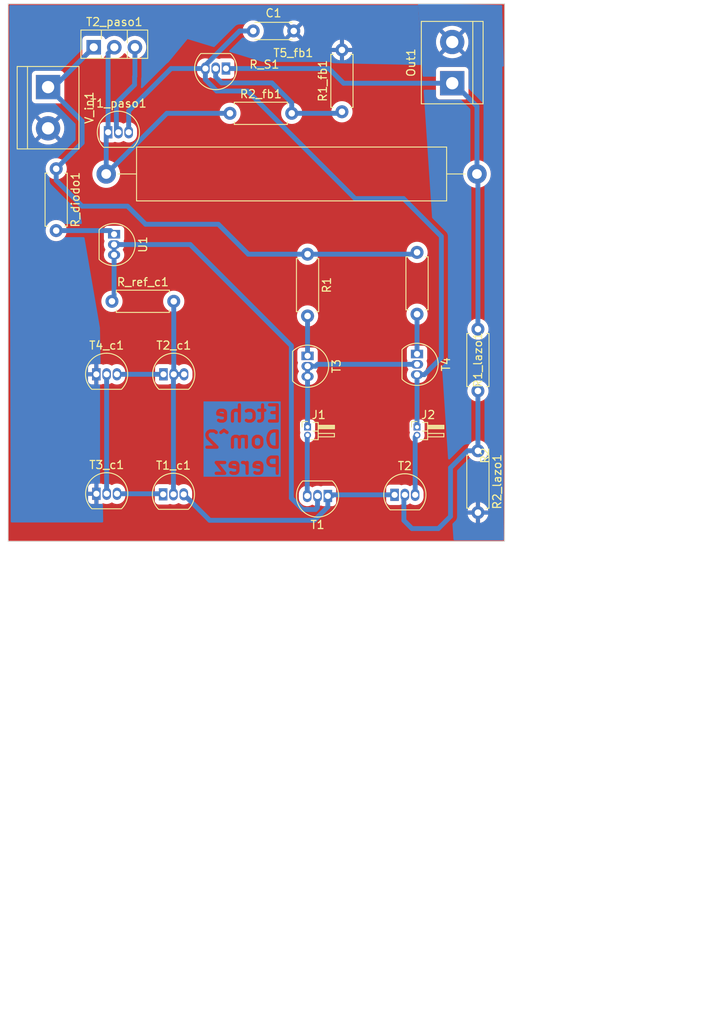
<source format=kicad_pcb>
(kicad_pcb (version 20240108) (generator "pcbnew") (generator_version "8.0")
  (layers (0 "F.Cu" signal) (31 "B.Cu" signal) (34 "B.Paste" user) (35 "F.Paste" user) (36 "B.SilkS" user "B.Silkscreen") (37 "F.SilkS" user "F.Silkscreen") (38 "B.Mask" user) (39 "F.Mask" user) (44 "Edge.Cuts" user))
  (net 0 "")
  (net 1 "GND")
  (net 2 "Net-(J2-Pin_1)")
  (net 3 "Net-(J1-Pin_2)")
  (net 4 "Net-(J1-Pin_1)")
  (net 5 "Net-(J2-Pin_2)")
  (net 6 "Net-(Out1-Pin_1)")
  (net 7 "Net-(T3-E)")
  (net 8 "Net-(T2_paso1-E)")
  (net 9 "Net-(T5_fb1-B)")
  (net 10 "Net-(T2-B)")
  (net 11 "Net-(T4-E)")
  (net 12 "Net-(T1_paso1-E)")
  (net 13 "Net-(U1-K)")
  (net 14 "Net-(T1_c1-B)")
  (net 15 "Net-(T1-B)")
  (net 16 "Net-(T1-E)")
  (net 17 "Net-(T1_c1-E)")
  (net 18 "Net-(T1_paso1-C)")
  (net 19 "Net-(T2_c1-E)")
  (footprint "Package_TO_SOT_THT:TO-92_Inline" (layer "F.Cu") (at 163.38 76.77 180)
    (property "Reference" "T5_fb1" (at -8.3 1.92 0) (layer "F.SilkS"))
    (property "Value" "2N3904")
    (fp_line (start -0.53 1.85) (end 3.07 1.85) (stroke (width 0.12)) (layer "F.SilkS"))
    (fp_arc (start 1.27 -2.6) (mid 3.672087 -0.994977) (end 3.108478 1.838478) (stroke (width 0.12)) (layer "F.SilkS"))
    (fp_arc (start -0.568478 1.838478) (mid -1.132087 -0.994977) (end 1.27 -2.6) (stroke (width 0.12)) (layer "F.SilkS"))
    (pad "1" thru_hole rect (at 0 0 180) (size 1.05 1.5) (drill 0.75) (layers "*.Cu" "*.Mask") (net 6 "Net-(Out1-Pin_1)"))
    (pad "2" thru_hole oval (at 1.27 0 180) (size 1.05 1.5) (drill 0.75) (layers "*.Cu" "*.Mask") (net 9 "Net-(T5_fb1-B)"))
    (pad "3" thru_hole oval (at 2.54 0 180) (size 1.05 1.5) (drill 0.75) (layers "*.Cu" "*.Mask") (net 2 "Net-(J2-Pin_1)"))
  )
  (footprint "Package_TO_SOT_THT:TO-92_Inline" (layer "F.Cu") (at 186.94 111.97 -90)
    (property "Reference" "T4" (at 1.27 -3.56 90) (layer "F.SilkS"))
    (property "Value" "2N3906")
    (fp_line (start -0.53 1.85) (end 3.07 1.85) (stroke (width 0.12)) (layer "F.SilkS"))
    (fp_arc (start -0.568478 1.838478) (mid -1.132087 -0.994977) (end 1.27 -2.6) (stroke (width 0.12)) (layer "F.SilkS"))
    (fp_arc (start 1.27 -2.6) (mid 3.672087 -0.994977) (end 3.108478 1.838478) (stroke (width 0.12)) (layer "F.SilkS"))
    (pad "1" thru_hole rect (at 0 0 270) (size 1.05 1.5) (drill 0.75) (layers "*.Cu" "*.Mask") (net 11 "Net-(T4-E)"))
    (pad "2" thru_hole oval (at 1.27 0 270) (size 1.05 1.5) (drill 0.75) (layers "*.Cu" "*.Mask") (net 4 "Net-(J1-Pin_1)"))
    (pad "3" thru_hole oval (at 2.54 0 270) (size 1.05 1.5) (drill 0.75) (layers "*.Cu" "*.Mask") (net 2 "Net-(J2-Pin_1)"))
  )
  (footprint "TerminalBlock:TerminalBlock_bornier-2_P5.08mm" (layer "F.Cu") (at 191.28 78.58 90)
    (property "Reference" "Out1" (at 2.54 -5.08 90) (layer "F.SilkS"))
    (property "Value" "Conn_01x02_Female")
    (fp_line (start 7.62 -3.81) (end -2.54 -3.81) (stroke (width 0.12)) (layer "F.SilkS"))
    (fp_line (start -2.54 -3.81) (end -2.54 3.81) (stroke (width 0.12)) (layer "F.SilkS"))
    (fp_line (start 7.62 2.54) (end -2.54 2.54) (stroke (width 0.12)) (layer "F.SilkS"))
    (fp_line (start 7.62 3.81) (end 7.62 -3.81) (stroke (width 0.12)) (layer "F.SilkS"))
    (fp_line (start -2.54 3.81) (end 7.62 3.81) (stroke (width 0.12)) (layer "F.SilkS"))
    (pad "1" thru_hole rect (at 0 0 90) (size 3 3) (drill 1.52) (layers "*.Cu" "*.Mask") (net 6 "Net-(Out1-Pin_1)"))
    (pad "2" thru_hole circle (at 5.08 0 90) (size 3 3) (drill 1.52) (layers "*.Cu" "*.Mask") (net 1 "GND"))
  )
  (footprint "Resistor_THT:R_Axial_Power_L38.0mm_W6.4mm_P45.72mm" (layer "F.Cu") (at 148.61 89.77)
    (property "Reference" "R_S1" (at 19.5 -13.5 0) (layer "F.SilkS"))
    (property "Value" "2")
    (fp_line (start 1.44 0) (end 3.74 0) (stroke (width 0.12)) (layer "F.SilkS"))
    (fp_line (start 3.74 -3.32) (end 3.74 3.32) (stroke (width 0.12)) (layer "F.SilkS"))
    (fp_line (start 3.74 3.32) (end 41.98 3.32) (stroke (width 0.12)) (layer "F.SilkS"))
    (fp_line (start 41.98 -3.32) (end 3.74 -3.32) (stroke (width 0.12)) (layer "F.SilkS"))
    (fp_line (start 41.98 3.32) (end 41.98 -3.32) (stroke (width 0.12)) (layer "F.SilkS"))
    (fp_line (start 44.28 0) (end 41.98 0) (stroke (width 0.12)) (layer "F.SilkS"))
    (pad "1" thru_hole circle (at 0 0) (size 2.4 2.4) (drill 1.2) (layers "*.Cu" "*.Mask") (net 12 "Net-(T1_paso1-E)"))
    (pad "2" thru_hole oval (at 45.72 0) (size 2.4 2.4) (drill 1.2) (layers "*.Cu" "*.Mask") (net 6 "Net-(Out1-Pin_1)"))
  )
  (footprint "Capacitor_THT:C_Disc_D4.3mm_W1.9mm_P5.00mm" (layer "F.Cu") (at 166.74 72.14)
    (property "Reference" "C1" (at 2.5 -2.2 0) (layer "F.SilkS"))
    (property "Value" "68n")
    (fp_line (start 0.23 -1.07) (end 0.23 -1.055) (stroke (width 0.12)) (layer "F.SilkS"))
    (fp_line (start 0.23 -1.07) (end 4.77 -1.07) (stroke (width 0.12)) (layer "F.SilkS"))
    (fp_line (start 0.23 1.055) (end 0.23 1.07) (stroke (width 0.12)) (layer "F.SilkS"))
    (fp_line (start 0.23 1.07) (end 4.77 1.07) (stroke (width 0.12)) (layer "F.SilkS"))
    (fp_line (start 4.77 -1.07) (end 4.77 -1.055) (stroke (width 0.12)) (layer "F.SilkS"))
    (fp_line (start 4.77 1.055) (end 4.77 1.07) (stroke (width 0.12)) (layer "F.SilkS"))
    (pad "1" thru_hole circle (at 0 0) (size 1.6 1.6) (drill 0.8) (layers "*.Cu" "*.Mask") (net 2 "Net-(J2-Pin_1)"))
    (pad "2" thru_hole circle (at 5 0) (size 1.6 1.6) (drill 0.8) (layers "*.Cu" "*.Mask") (net 1 "GND"))
  )
  (footprint "Package_TO_SOT_THT:TO-92_Inline" (layer "F.Cu") (at 155.63 129.27)
    (property "Reference" "T1_c1" (at 1.27 -3.56 0) (layer "F.SilkS"))
    (property "Value" "2N3904")
    (fp_line (start -0.53 1.85) (end 3.07 1.85) (stroke (width 0.12)) (layer "F.SilkS"))
    (fp_arc (start -0.568478 1.838478) (mid -1.132087 -0.994977) (end 1.27 -2.6) (stroke (width 0.12)) (layer "F.SilkS"))
    (fp_arc (start 1.27 -2.6) (mid 3.672087 -0.994977) (end 3.108478 1.838478) (stroke (width 0.12)) (layer "F.SilkS"))
    (pad "1" thru_hole rect (at 0 0) (size 1.05 1.5) (drill 0.75) (layers "*.Cu" "*.Mask") (net 17 "Net-(T1_c1-E)"))
    (pad "2" thru_hole oval (at 1.27 0) (size 1.05 1.5) (drill 0.75) (layers "*.Cu" "*.Mask") (net 14 "Net-(T1_c1-B)"))
    (pad "3" thru_hole oval (at 2.54 0) (size 1.05 1.5) (drill 0.75) (layers "*.Cu" "*.Mask") (net 16 "Net-(T1-E)"))
  )
  (footprint "Resistor_THT:R_Axial_DIN0207_L6.3mm_D2.5mm_P7.62mm_Horizontal" (layer "F.Cu") (at 177.68 82.1 90)
    (property "Reference" "R1_fb1" (at 3.81 -2.37 90) (layer "F.SilkS"))
    (property "Value" "2.32K")
    (fp_line (start 7.08 -1.37) (end 7.08 -1.04) (stroke (width 0.12)) (layer "F.SilkS"))
    (fp_line (start 0.54 -1.37) (end 7.08 -1.37) (stroke (width 0.12)) (layer "F.SilkS"))
    (fp_line (start 0.54 -1.04) (end 0.54 -1.37) (stroke (width 0.12)) (layer "F.SilkS"))
    (fp_line (start 0.54 1.04) (end 0.54 1.37) (stroke (width 0.12)) (layer "F.SilkS"))
    (fp_line (start 7.08 1.37) (end 7.08 1.04) (stroke (width 0.12)) (layer "F.SilkS"))
    (fp_line (start 0.54 1.37) (end 7.08 1.37) (stroke (width 0.12)) (layer "F.SilkS"))
    (pad "1" thru_hole circle (at 0 0 90) (size 1.6 1.6) (drill 0.8) (layers "*.Cu" "*.Mask") (net 9 "Net-(T5_fb1-B)"))
    (pad "2" thru_hole oval (at 7.62 0 90) (size 1.6 1.6) (drill 0.8) (layers "*.Cu" "*.Mask") (net 1 "GND"))
  )
  (footprint "Package_TO_SOT_THT:TO-126-3_Vertical" (layer "F.Cu") (at 147.07 74.145)
    (property "Reference" "T2_paso1" (at 2.54 -3.12 0) (layer "F.SilkS"))
    (property "Value" "TIP32C")
    (fp_line (start -1.58 -2.12) (end -1.58 1.37) (stroke (width 0.12)) (layer "F.SilkS"))
    (fp_line (start -1.58 -2.12) (end 6.66 -2.12) (stroke (width 0.12)) (layer "F.SilkS"))
    (fp_line (start -1.58 1.37) (end 6.66 1.37) (stroke (width 0.12)) (layer "F.SilkS"))
    (fp_line (start 0.94 -2.12) (end 0.94 -1.05) (stroke (width 0.12)) (layer "F.SilkS"))
    (fp_line (start 0.94 1.05) (end 0.94 1.37) (stroke (width 0.12)) (layer "F.SilkS"))
    (fp_line (start 4.141 -2.12) (end 4.141 -0.54) (stroke (width 0.12)) (layer "F.SilkS"))
    (fp_line (start 4.141 0.54) (end 4.141 1.37) (stroke (width 0.12)) (layer "F.SilkS"))
    (fp_line (start 6.66 -2.12) (end 6.66 1.37) (stroke (width 0.12)) (layer "F.SilkS"))
    (pad "1" thru_hole rect (at 0 0) (size 1.8 1.8) (drill 1) (layers "*.Cu" "*.Mask") (net 8 "Net-(T2_paso1-E)"))
    (pad "2" thru_hole oval (at 2.54 0) (size 1.8 1.8) (drill 1) (layers "*.Cu" "*.Mask") (net 12 "Net-(T1_paso1-E)"))
    (pad "3" thru_hole oval (at 5.08 0) (size 1.8 1.8) (drill 1) (layers "*.Cu" "*.Mask") (net 18 "Net-(T1_paso1-C)"))
  )
  (footprint "Resistor_THT:R_Axial_DIN0207_L6.3mm_D2.5mm_P7.62mm_Horizontal" (layer "F.Cu") (at 194.45 108.9 -90)
    (property "Reference" "R1_lazo1" (at 3.81 0 90) (layer "F.SilkS"))
    (property "Value" "100K")
    (fp_line (start 0.54 1.37) (end 7.08 1.37) (stroke (width 0.12)) (layer "F.SilkS"))
    (fp_line (start 7.08 1.37) (end 7.08 1.04) (stroke (width 0.12)) (layer "F.SilkS"))
    (fp_line (start 0.54 1.04) (end 0.54 1.37) (stroke (width 0.12)) (layer "F.SilkS"))
    (fp_line (start 0.54 -1.04) (end 0.54 -1.37) (stroke (width 0.12)) (layer "F.SilkS"))
    (fp_line (start 0.54 -1.37) (end 7.08 -1.37) (stroke (width 0.12)) (layer "F.SilkS"))
    (fp_line (start 7.08 -1.37) (end 7.08 -1.04) (stroke (width 0.12)) (layer "F.SilkS"))
    (pad "1" thru_hole circle (at 0 0 270) (size 1.6 1.6) (drill 0.8) (layers "*.Cu" "*.Mask") (net 6 "Net-(Out1-Pin_1)"))
    (pad "2" thru_hole oval (at 7.62 0 270) (size 1.6 1.6) (drill 0.8) (layers "*.Cu" "*.Mask") (net 10 "Net-(T2-B)"))
  )
  (footprint "Package_TO_SOT_THT:TO-92_Inline" (layer "F.Cu") (at 173.44 112.2 -90)
    (property "Reference" "T3" (at 1.27 -3.56 90) (layer "F.SilkS"))
    (property "Value" "2N3906")
    (fp_line (start -0.53 1.85) (end 3.07 1.85) (stroke (width 0.12)) (layer "F.SilkS"))
    (fp_arc (start -0.568478 1.838478) (mid -1.132087 -0.994977) (end 1.27 -2.6) (stroke (width 0.12)) (layer "F.SilkS"))
    (fp_arc (start 1.27 -2.6) (mid 3.672087 -0.994977) (end 3.108478 1.838478) (stroke (width 0.12)) (layer "F.SilkS"))
    (pad "1" thru_hole rect (at 0 0 270) (size 1.05 1.5) (drill 0.75) (layers "*.Cu" "*.Mask") (net 7 "Net-(T3-E)"))
    (pad "2" thru_hole oval (at 1.27 0 270) (size 1.05 1.5) (drill 0.75) (layers "*.Cu" "*.Mask") (net 4 "Net-(J1-Pin_1)"))
    (pad "3" thru_hole oval (at 2.54 0 270) (size 1.05 1.5) (drill 0.75) (layers "*.Cu" "*.Mask") (net 4 "Net-(J1-Pin_1)"))
  )
  (footprint "Resistor_THT:R_Axial_DIN0207_L6.3mm_D2.5mm_P7.62mm_Horizontal" (layer "F.Cu") (at 173.44 99.66 -90)
    (property "Reference" "R1" (at 3.81 -2.37 90) (layer "F.SilkS"))
    (property "Value" "2.2K")
    (fp_line (start 0.54 1.37) (end 7.08 1.37) (stroke (width 0.12)) (layer "F.SilkS"))
    (fp_line (start 7.08 1.37) (end 7.08 1.04) (stroke (width 0.12)) (layer "F.SilkS"))
    (fp_line (start 0.54 1.04) (end 0.54 1.37) (stroke (width 0.12)) (layer "F.SilkS"))
    (fp_line (start 0.54 -1.04) (end 0.54 -1.37) (stroke (width 0.12)) (layer "F.SilkS"))
    (fp_line (start 0.54 -1.37) (end 7.08 -1.37) (stroke (width 0.12)) (layer "F.SilkS"))
    (fp_line (start 7.08 -1.37) (end 7.08 -1.04) (stroke (width 0.12)) (layer "F.SilkS"))
    (pad "1" thru_hole circle (at 0 0 270) (size 1.6 1.6) (drill 0.8) (layers "*.Cu" "*.Mask") (net 8 "Net-(T2_paso1-E)"))
    (pad "2" thru_hole oval (at 7.62 0 270) (size 1.6 1.6) (drill 0.8) (layers "*.Cu" "*.Mask") (net 7 "Net-(T3-E)"))
  )
  (footprint "Connector_PinHeader_1.00mm:PinHeader_1x02_P1.00mm_Horizontal" (layer "F.Cu") (at 173.44 120.97)
    (property "Reference" "J1" (at 1.375 -1.5 0) (layer "F.SilkS"))
    (property "Value" "Conn_01x02_Male")
    (fp_line (start -0.685 -0.685) (end 0 -0.685) (stroke (width 0.12)) (layer "F.SilkS"))
    (fp_line (start -0.685 0) (end -0.685 -0.685) (stroke (width 0.12)) (layer "F.SilkS"))
    (fp_line (start 0.685 -0.56) (end 1.31 -0.56) (stroke (width 0.12)) (layer "F.SilkS"))
    (fp_line (start 0.685 0.5) (end 1.31 0.5) (stroke (width 0.12)) (layer "F.SilkS"))
    (fp_line (start 1.31 -0.56) (end 1.31 1.56) (stroke (width 0.12)) (layer "F.SilkS"))
    (fp_line (start 1.31 -0.21) (end 3.31 -0.21) (stroke (width 0.12)) (layer "F.SilkS"))
    (fp_line (start 1.31 -0.15) (end 3.31 -0.15) (stroke (width 0.12)) (layer "F.SilkS"))
    (fp_line (start 1.31 -0.03) (end 3.31 -0.03) (stroke (width 0.12)) (layer "F.SilkS"))
    (fp_line (start 1.31 0.09) (end 3.31 0.09) (stroke (width 0.12)) (layer "F.SilkS"))
    (fp_line (start 1.31 0.79) (end 3.31 0.79) (stroke (width 0.12)) (layer "F.SilkS"))
    (fp_line (start 1.31 1.56) (end 0.394493 1.56) (stroke (width 0.12)) (layer "F.SilkS"))
    (fp_line (start 3.31 -0.21) (end 3.31 0.21) (stroke (width 0.12)) (layer "F.SilkS"))
    (fp_line (start 3.31 0.21) (end 1.31 0.21) (stroke (width 0.12)) (layer "F.SilkS"))
    (fp_line (start 3.31 0.79) (end 3.31 1.21) (stroke (width 0.12)) (layer "F.SilkS"))
    (fp_line (start 3.31 1.21) (end 1.31 1.21) (stroke (width 0.12)) (layer "F.SilkS"))
    (pad "1" thru_hole rect (at 0 0) (size 0.85 0.85) (drill 0.5) (layers "*.Cu" "*.Mask") (net 4 "Net-(J1-Pin_1)"))
    (pad "2" thru_hole oval (at 0 1) (size 0.85 0.85) (drill 0.5) (layers "*.Cu" "*.Mask") (net 3 "Net-(J1-Pin_2)"))
  )
  (footprint "Connector_PinHeader_1.00mm:PinHeader_1x02_P1.00mm_Horizontal" (layer "F.Cu") (at 186.94 120.97)
    (property "Reference" "J2" (at 1.375 -1.5 0) (layer "F.SilkS"))
    (property "Value" "Conn_01x02_Male")
    (fp_line (start -0.685 -0.685) (end 0 -0.685) (stroke (width 0.12)) (layer "F.SilkS"))
    (fp_line (start -0.685 0) (end -0.685 -0.685) (stroke (width 0.12)) (layer "F.SilkS"))
    (fp_line (start 0.685 -0.56) (end 1.31 -0.56) (stroke (width 0.12)) (layer "F.SilkS"))
    (fp_line (start 0.685 0.5) (end 1.31 0.5) (stroke (width 0.12)) (layer "F.SilkS"))
    (fp_line (start 1.31 -0.56) (end 1.31 1.56) (stroke (width 0.12)) (layer "F.SilkS"))
    (fp_line (start 1.31 -0.21) (end 3.31 -0.21) (stroke (width 0.12)) (layer "F.SilkS"))
    (fp_line (start 1.31 -0.15) (end 3.31 -0.15) (stroke (width 0.12)) (layer "F.SilkS"))
    (fp_line (start 1.31 -0.03) (end 3.31 -0.03) (stroke (width 0.12)) (layer "F.SilkS"))
    (fp_line (start 1.31 0.09) (end 3.31 0.09) (stroke (width 0.12)) (layer "F.SilkS"))
    (fp_line (start 1.31 0.79) (end 3.31 0.79) (stroke (width 0.12)) (layer "F.SilkS"))
    (fp_line (start 1.31 1.56) (end 0.394493 1.56) (stroke (width 0.12)) (layer "F.SilkS"))
    (fp_line (start 3.31 -0.21) (end 3.31 0.21) (stroke (width 0.12)) (layer "F.SilkS"))
    (fp_line (start 3.31 0.21) (end 1.31 0.21) (stroke (width 0.12)) (layer "F.SilkS"))
    (fp_line (start 3.31 0.79) (end 3.31 1.21) (stroke (width 0.12)) (layer "F.SilkS"))
    (fp_line (start 3.31 1.21) (end 1.31 1.21) (stroke (width 0.12)) (layer "F.SilkS"))
    (pad "1" thru_hole rect (at 0 0) (size 0.85 0.85) (drill 0.5) (layers "*.Cu" "*.Mask") (net 2 "Net-(J2-Pin_1)"))
    (pad "2" thru_hole oval (at 0 1) (size 0.85 0.85) (drill 0.5) (layers "*.Cu" "*.Mask") (net 5 "Net-(J2-Pin_2)"))
  )
  (footprint "Resistor_THT:R_Axial_DIN0207_L6.3mm_D2.5mm_P7.62mm_Horizontal" (layer "F.Cu") (at 186.94 99.44 -90)
    (property "Reference" "R2" (at 25.05 -8.38 90) (layer "F.SilkS"))
    (property "Value" "2.2K")
    (fp_line (start 0.54 1.37) (end 7.08 1.37) (stroke (width 0.12)) (layer "F.SilkS"))
    (fp_line (start 7.08 1.37) (end 7.08 1.04) (stroke (width 0.12)) (layer "F.SilkS"))
    (fp_line (start 0.54 1.04) (end 0.54 1.37) (stroke (width 0.12)) (layer "F.SilkS"))
    (fp_line (start 0.54 -1.04) (end 0.54 -1.37) (stroke (width 0.12)) (layer "F.SilkS"))
    (fp_line (start 0.54 -1.37) (end 7.08 -1.37) (stroke (width 0.12)) (layer "F.SilkS"))
    (fp_line (start 7.08 -1.37) (end 7.08 -1.04) (stroke (width 0.12)) (layer "F.SilkS"))
    (pad "1" thru_hole circle (at 0 0 270) (size 1.6 1.6) (drill 0.8) (layers "*.Cu" "*.Mask") (net 8 "Net-(T2_paso1-E)"))
    (pad "2" thru_hole oval (at 7.62 0 270) (size 1.6 1.6) (drill 0.8) (layers "*.Cu" "*.Mask") (net 11 "Net-(T4-E)"))
  )
  (footprint "Package_TO_SOT_THT:TO-92_Inline" (layer "F.Cu") (at 148.84 84.63)
    (property "Reference" "T1_paso1" (at 1.27 -3.56 0) (layer "F.SilkS"))
    (property "Value" "2N3904")
    (fp_line (start -0.53 1.85) (end 3.07 1.85) (stroke (width 0.12)) (layer "F.SilkS"))
    (fp_arc (start -0.568478 1.838478) (mid -1.132087 -0.994977) (end 1.27 -2.6) (stroke (width 0.12)) (layer "F.SilkS"))
    (fp_arc (start 1.27 -2.6) (mid 3.672087 -0.994977) (end 3.108478 1.838478) (stroke (width 0.12)) (layer "F.SilkS"))
    (pad "1" thru_hole rect (at 0 0) (size 1.05 1.5) (drill 0.75) (layers "*.Cu" "*.Mask") (net 12 "Net-(T1_paso1-E)"))
    (pad "2" thru_hole oval (at 1.27 0) (size 1.05 1.5) (drill 0.75) (layers "*.Cu" "*.Mask") (net 18 "Net-(T1_paso1-C)"))
    (pad "3" thru_hole oval (at 2.54 0) (size 1.05 1.5) (drill 0.75) (layers "*.Cu" "*.Mask") (net 2 "Net-(J2-Pin_1)"))
  )
  (footprint "Package_TO_SOT_THT:TO-92_Inline" (layer "F.Cu") (at 184.17 129.33)
    (property "Reference" "T2" (at 1.27 -3.56 0) (layer "F.SilkS"))
    (property "Value" "2N3904")
    (fp_line (start -0.53 1.85) (end 3.07 1.85) (stroke (width 0.12)) (layer "F.SilkS"))
    (fp_arc (start -0.568478 1.838478) (mid -1.132087 -0.994977) (end 1.27 -2.6) (stroke (width 0.12)) (layer "F.SilkS"))
    (fp_arc (start 1.27 -2.6) (mid 3.672087 -0.994977) (end 3.108478 1.838478) (stroke (width 0.12)) (layer "F.SilkS"))
    (pad "1" thru_hole rect (at 0 0) (size 1.05 1.5) (drill 0.75) (layers "*.Cu" "*.Mask") (net 16 "Net-(T1-E)"))
    (pad "2" thru_hole oval (at 1.27 0) (size 1.05 1.5) (drill 0.75) (layers "*.Cu" "*.Mask") (net 10 "Net-(T2-B)"))
    (pad "3" thru_hole oval (at 2.54 0) (size 1.05 1.5) (drill 0.75) (layers "*.Cu" "*.Mask") (net 5 "Net-(J2-Pin_2)"))
  )
  (footprint "Package_TO_SOT_THT:TO-92_Inline" (layer "F.Cu") (at 147.4 129.2)
    (property "Reference" "T3_c1" (at 1.27 -3.56 0) (layer "F.SilkS"))
    (property "Value" "2N3904")
    (fp_line (start -0.53 1.85) (end 3.07 1.85) (stroke (width 0.12)) (layer "F.SilkS"))
    (fp_arc (start -0.568478 1.838478) (mid -1.132087 -0.994977) (end 1.27 -2.6) (stroke (width 0.12)) (layer "F.SilkS"))
    (fp_arc (start 1.27 -2.6) (mid 3.672087 -0.994977) (end 3.108478 1.838478) (stroke (width 0.12)) (layer "F.SilkS"))
    (pad "1" thru_hole rect (at 0 0) (size 1.05 1.5) (drill 0.75) (layers "*.Cu" "*.Mask") (net 1 "GND"))
    (pad "2" thru_hole oval (at 1.27 0) (size 1.05 1.5) (drill 0.75) (layers "*.Cu" "*.Mask") (net 19 "Net-(T2_c1-E)"))
    (pad "3" thru_hole oval (at 2.54 0) (size 1.05 1.5) (drill 0.75) (layers "*.Cu" "*.Mask") (net 17 "Net-(T1_c1-E)"))
  )
  (footprint "Resistor_THT:R_Axial_DIN0207_L6.3mm_D2.5mm_P7.62mm_Horizontal" (layer "F.Cu") (at 149.32 105.47)
    (property "Reference" "R_ref_c1" (at 3.81 -2.37 0) (layer "F.SilkS"))
    (property "Value" "3K")
    (fp_line (start 0.54 -1.37) (end 7.08 -1.37) (stroke (width 0.12)) (layer "F.SilkS"))
    (fp_line (start 0.54 -1.04) (end 0.54 -1.37) (stroke (width 0.12)) (layer "F.SilkS"))
    (fp_line (start 0.54 1.04) (end 0.54 1.37) (stroke (width 0.12)) (layer "F.SilkS"))
    (fp_line (start 0.54 1.37) (end 7.08 1.37) (stroke (width 0.12)) (layer "F.SilkS"))
    (fp_line (start 7.08 -1.37) (end 7.08 -1.04) (stroke (width 0.12)) (layer "F.SilkS"))
    (fp_line (start 7.08 1.37) (end 7.08 1.04) (stroke (width 0.12)) (layer "F.SilkS"))
    (pad "1" thru_hole circle (at 0 0) (size 1.6 1.6) (drill 0.8) (layers "*.Cu" "*.Mask") (net 15 "Net-(T1-B)"))
    (pad "2" thru_hole oval (at 7.62 0) (size 1.6 1.6) (drill 0.8) (layers "*.Cu" "*.Mask") (net 14 "Net-(T1_c1-B)"))
  )
  (footprint "Resistor_THT:R_Axial_DIN0207_L6.3mm_D2.5mm_P7.62mm_Horizontal" (layer "F.Cu") (at 142.44 89.13 -90)
    (property "Reference" "R_diodo1" (at 3.81 -2.37 90) (layer "F.SilkS"))
    (property "Value" "2.3K")
    (fp_line (start 0.54 1.37) (end 7.08 1.37) (stroke (width 0.12)) (layer "F.SilkS"))
    (fp_line (start 7.08 1.37) (end 7.08 1.04) (stroke (width 0.12)) (layer "F.SilkS"))
    (fp_line (start 0.54 1.04) (end 0.54 1.37) (stroke (width 0.12)) (layer "F.SilkS"))
    (fp_line (start 0.54 -1.04) (end 0.54 -1.37) (stroke (width 0.12)) (layer "F.SilkS"))
    (fp_line (start 0.54 -1.37) (end 7.08 -1.37) (stroke (width 0.12)) (layer "F.SilkS"))
    (fp_line (start 7.08 -1.37) (end 7.08 -1.04) (stroke (width 0.12)) (layer "F.SilkS"))
    (pad "1" thru_hole circle (at 0 0 270) (size 1.6 1.6) (drill 0.8) (layers "*.Cu" "*.Mask") (net 8 "Net-(T2_paso1-E)"))
    (pad "2" thru_hole oval (at 7.62 0 270) (size 1.6 1.6) (drill 0.8) (layers "*.Cu" "*.Mask") (net 13 "Net-(U1-K)"))
  )
  (footprint "Package_TO_SOT_THT:TO-92_Inline" (layer "F.Cu") (at 175.94 129.47 180)
    (property "Reference" "T1" (at 1.27 -3.56 0) (layer "F.SilkS"))
    (property "Value" "2N3904")
    (fp_line (start -0.53 1.85) (end 3.07 1.85) (stroke (width 0.12)) (layer "F.SilkS"))
    (fp_arc (start 1.27 -2.6) (mid 3.672087 -0.994977) (end 3.108478 1.838478) (stroke (width 0.12)) (layer "F.SilkS"))
    (fp_arc (start -0.568478 1.838478) (mid -1.132087 -0.994977) (end 1.27 -2.6) (stroke (width 0.12)) (layer "F.SilkS"))
    (pad "1" thru_hole rect (at 0 0 180) (size 1.05 1.5) (drill 0.75) (layers "*.Cu" "*.Mask") (net 16 "Net-(T1-E)"))
    (pad "2" thru_hole oval (at 1.27 0 180) (size 1.05 1.5) (drill 0.75) (layers "*.Cu" "*.Mask") (net 15 "Net-(T1-B)"))
    (pad "3" thru_hole oval (at 2.54 0 180) (size 1.05 1.5) (drill 0.75) (layers "*.Cu" "*.Mask") (net 3 "Net-(J1-Pin_2)"))
  )
  (footprint "Package_TO_SOT_THT:TO-92_Inline" (layer "F.Cu") (at 147.39 114.47)
    (property "Reference" "T4_c1" (at 1.27 -3.56 0) (layer "F.SilkS"))
    (property "Value" "2N3904")
    (fp_line (start -0.53 1.85) (end 3.07 1.85) (stroke (width 0.12)) (layer "F.SilkS"))
    (fp_arc (start -0.568478 1.838478) (mid -1.132087 -0.994977) (end 1.27 -2.6) (stroke (width 0.12)) (layer "F.SilkS"))
    (fp_arc (start 1.27 -2.6) (mid 3.672087 -0.994977) (end 3.108478 1.838478) (stroke (width 0.12)) (layer "F.SilkS"))
    (pad "1" thru_hole rect (at 0 0) (size 1.05 1.5) (drill 0.75) (layers "*.Cu" "*.Mask") (net 1 "GND"))
    (pad "2" thru_hole oval (at 1.27 0) (size 1.05 1.5) (drill 0.75) (layers "*.Cu" "*.Mask") (net 19 "Net-(T2_c1-E)"))
    (pad "3" thru_hole oval (at 2.54 0) (size 1.05 1.5) (drill 0.75) (layers "*.Cu" "*.Mask") (net 19 "Net-(T2_c1-E)"))
  )
  (footprint "Resistor_THT:R_Axial_DIN0207_L6.3mm_D2.5mm_P7.62mm_Horizontal" (layer "F.Cu") (at 194.45 123.9 -90)
    (property "Reference" "R2_lazo1" (at 3.81 -2.37 90) (layer "F.SilkS"))
    (property "Value" "100K")
    (fp_line (start 0.54 1.37) (end 7.08 1.37) (stroke (width 0.12)) (layer "F.SilkS"))
    (fp_line (start 7.08 1.37) (end 7.08 1.04) (stroke (width 0.12)) (layer "F.SilkS"))
    (fp_line (start 0.54 1.04) (end 0.54 1.37) (stroke (width 0.12)) (layer "F.SilkS"))
    (fp_line (start 0.54 -1.04) (end 0.54 -1.37) (stroke (width 0.12)) (layer "F.SilkS"))
    (fp_line (start 0.54 -1.37) (end 7.08 -1.37) (stroke (width 0.12)) (layer "F.SilkS"))
    (fp_line (start 7.08 -1.37) (end 7.08 -1.04) (stroke (width 0.12)) (layer "F.SilkS"))
    (pad "1" thru_hole circle (at 0 0 270) (size 1.6 1.6) (drill 0.8) (layers "*.Cu" "*.Mask") (net 10 "Net-(T2-B)"))
    (pad "2" thru_hole oval (at 7.62 0 270) (size 1.6 1.6) (drill 0.8) (layers "*.Cu" "*.Mask") (net 1 "GND"))
  )
  (footprint "TerminalBlock:TerminalBlock_bornier-2_P5.08mm" (layer "F.Cu") (at 141.44 79.06 -90)
    (property "Reference" "V_in1" (at 2.54 -5.08 90) (layer "F.SilkS"))
    (property "Value" "9.5")
    (fp_line (start -2.54 3.81) (end 7.62 3.81) (stroke (width 0.12)) (layer "F.SilkS"))
    (fp_line (start 7.62 3.81) (end 7.62 -3.81) (stroke (width 0.12)) (layer "F.SilkS"))
    (fp_line (start 7.62 2.54) (end -2.54 2.54) (stroke (width 0.12)) (layer "F.SilkS"))
    (fp_line (start -2.54 -3.81) (end -2.54 3.81) (stroke (width 0.12)) (layer "F.SilkS"))
    (fp_line (start 7.62 -3.81) (end -2.54 -3.81) (stroke (width 0.12)) (layer "F.SilkS"))
    (pad "1" thru_hole rect (at 0 0 270) (size 3 3) (drill 1.52) (layers "*.Cu" "*.Mask") (net 8 "Net-(T2_paso1-E)"))
    (pad "2" thru_hole circle (at 5.08 0 270) (size 3 3) (drill 1.52) (layers "*.Cu" "*.Mask") (net 1 "GND"))
  )
  (footprint "Resistor_THT:R_Axial_DIN0207_L6.3mm_D2.5mm_P7.62mm_Horizontal" (layer "F.Cu") (at 163.87 82.29)
    (property "Reference" "R2_fb1" (at 3.81 -2.37 0) (layer "F.SilkS"))
    (property "Value" "1K")
    (fp_line (start 0.54 -1.37) (end 7.08 -1.37) (stroke (width 0.12)) (layer "F.SilkS"))
    (fp_line (start 0.54 -1.04) (end 0.54 -1.37) (stroke (width 0.12)) (layer "F.SilkS"))
    (fp_line (start 0.54 1.04) (end 0.54 1.37) (stroke (width 0.12)) (layer "F.SilkS"))
    (fp_line (start 0.54 1.37) (end 7.08 1.37) (stroke (width 0.12)) (layer "F.SilkS"))
    (fp_line (start 7.08 -1.37) (end 7.08 -1.04) (stroke (width 0.12)) (layer "F.SilkS"))
    (fp_line (start 7.08 1.37) (end 7.08 1.04) (stroke (width 0.12)) (layer "F.SilkS"))
    (pad "1" thru_hole circle (at 0 0) (size 1.6 1.6) (drill 0.8) (layers "*.Cu" "*.Mask") (net 12 "Net-(T1_paso1-E)"))
    (pad "2" thru_hole oval (at 7.62 0) (size 1.6 1.6) (drill 0.8) (layers "*.Cu" "*.Mask") (net 9 "Net-(T5_fb1-B)"))
  )
  (footprint "Package_TO_SOT_THT:TO-92_Inline" (layer "F.Cu") (at 155.67 114.47)
    (property "Reference" "T2_c1" (at 1.27 -3.56 0) (layer "F.SilkS"))
    (property "Value" "2N3904")
    (fp_line (start -0.53 1.85) (end 3.07 1.85) (stroke (width 0.12)) (layer "F.SilkS"))
    (fp_arc (start -0.568478 1.838478) (mid -1.132087 -0.994977) (end 1.27 -2.6) (stroke (width 0.12)) (layer "F.SilkS"))
    (fp_arc (start 1.27 -2.6) (mid 3.672087 -0.994977) (end 3.108478 1.838478) (stroke (width 0.12)) (layer "F.SilkS"))
    (pad "1" thru_hole rect (at 0 0) (size 1.05 1.5) (drill 0.75) (layers "*.Cu" "*.Mask") (net 19 "Net-(T2_c1-E)"))
    (pad "2" thru_hole oval (at 1.27 0) (size 1.05 1.5) (drill 0.75) (layers "*.Cu" "*.Mask") (net 14 "Net-(T1_c1-B)"))
    (pad "3" thru_hole oval (at 2.54 0) (size 1.05 1.5) (drill 0.75) (layers "*.Cu" "*.Mask") (net 14 "Net-(T1_c1-B)"))
  )
  (footprint "Package_TO_SOT_THT:TO-92_Inline" (layer "F.Cu") (at 149.58 97.2 -90)
    (property "Reference" "U1" (at 1.27 -3.56 90) (layer "F.SilkS"))
    (property "Value" "TL431D")
    (fp_line (start -0.53 1.85) (end 3.07 1.85) (stroke (width 0.12)) (layer "F.SilkS"))
    (fp_arc (start -0.568478 1.838478) (mid -1.132087 -0.994977) (end 1.27 -2.6) (stroke (width 0.12)) (layer "F.SilkS"))
    (fp_arc (start 1.27 -2.6) (mid 3.672087 -0.994977) (end 3.108478 1.838478) (stroke (width 0.12)) (layer "F.SilkS"))
    (pad "1" thru_hole rect (at 0 0 270) (size 1.05 1.5) (drill 0.75) (layers "*.Cu" "*.Mask") (net 13 "Net-(U1-K)"))
    (pad "2" thru_hole oval (at 1.27 0 270) (size 1.05 1.5) (drill 0.75) (layers "*.Cu" "*.Mask") (net 15 "Net-(T1-B)"))
    (pad "3" thru_hole oval (at 2.54 0 270) (size 1.05 1.5) (drill 0.75) (layers "*.Cu" "*.Mask") (net 15 "Net-(T1-B)"))
  )
  (gr_rect (start 136.51 68.79) (end 197.74 135.06) (stroke (width 0.1)) (fill none) (layer "Edge.Cuts"))
  (gr_text "Etche\nDom^2\nPerez" (at 170.44 126.94 0) (layer "B.Cu" knockout) (effects (font (size 2 2) (thickness 0.4) (bold yes)) (justify left bottom mirror)))
  (segment (start 165.065431 72.14) (end 166.74 72.14) (width 0.6) (layer "B.Cu") (net 2))
  (segment (start 151.38 82) (end 151.38 84.63) (width 0.6) (layer "B.Cu") (net 2))
  (segment (start 186.94 114.51) (end 187.84 114.51) (width 0.6) (layer "B.Cu") (net 2))
  (segment (start 156.61 76.77) (end 151.38 82) (width 0.6) (layer "B.Cu") (net 2))
  (segment (start 186.94 120.97) (end 186.94 114.51) (width 0.6) (layer "B.Cu") (net 2))
  (segment (start 189.94 97.47) (end 185.27 92.8) (width 0.6) (layer "B.Cu") (net 2))
  (segment (start 160.84 76.77) (end 160.84 76.365431) (width 0.6) (layer "B.Cu") (net 2))
  (segment (start 166.04 79.54) (end 162.24 79.54) (width 0.6) (layer "B.Cu") (net 2))
  (segment (start 179.3 92.8) (end 166.04 79.54) (width 0.6) (layer "B.Cu") (net 2))
  (segment (start 162.24 79.54) (end 160.84 78.14) (width 0.6) (layer "B.Cu") (net 2))
  (segment (start 187.84 114.51) (end 189.94 112.41) (width 0.6) (layer "B.Cu") (net 2))
  (segment (start 160.84 76.365431) (end 165.065431 72.14) (width 0.6) (layer "B.Cu") (net 2))
  (segment (start 160.84 78.14) (end 160.84 76.77) (width 0.6) (layer "B.Cu") (net 2))
  (segment (start 185.27 92.8) (end 179.3 92.8) (width 0.6) (layer "B.Cu") (net 2))
  (segment (start 189.94 112.41) (end 189.94 97.47) (width 0.6) (layer "B.Cu") (net 2))
  (segment (start 160.84 76.77) (end 156.61 76.77) (width 0.6) (layer "B.Cu") (net 2))
  (segment (start 173.4 122.01) (end 173.44 121.97) (width 0.6) (layer "B.Cu") (net 3))
  (segment (start 173.4 129.47) (end 173.4 122.01) (width 0.6) (layer "B.Cu") (net 3))
  (segment (start 173.44 120.97) (end 173.44 114.74) (width 0.6) (layer "B.Cu") (net 4))
  (segment (start 173.44 113.47) (end 174.44 113.47) (width 0.6) (layer "B.Cu") (net 4))
  (segment (start 174.67 113.24) (end 186.94 113.24) (width 0.6) (layer "B.Cu") (net 4))
  (segment (start 174.44 113.47) (end 174.67 113.24) (width 0.6) (layer "B.Cu") (net 4))
  (segment (start 173.44 113.47) (end 173.44 114.74) (width 0.6) (layer "B.Cu") (net 4))
  (segment (start 186.71 129.33) (end 186.71 122.2) (width 0.6) (layer "B.Cu") (net 5))
  (segment (start 186.71 122.2) (end 186.94 121.97) (width 0.6) (layer "B.Cu") (net 5))
  (segment (start 191.48 78.58) (end 191.28 78.58) (width 0.25) (layer "B.Cu") (net 6))
  (segment (start 194.45 89.89) (end 194.33 89.77) (width 0.25) (layer "B.Cu") (net 6))
  (segment (start 194.33 89.77) (end 194.33 81.43) (width 0.6) (layer "B.Cu") (net 6))
  (segment (start 191.28 78.58) (end 191.14 78.72) (width 0.6) (layer "B.Cu") (net 6))
  (segment (start 177.88 78.58) (end 191.28 78.58) (width 0.6) (layer "B.Cu") (net 6))
  (segment (start 194.33 81.43) (end 191.48 78.58) (width 0.6) (layer "B.Cu") (net 6))
  (segment (start 176.07 76.77) (end 177.88 78.58) (width 0.6) (layer "B.Cu") (net 6))
  (segment (start 194.45 108.9) (end 194.45 89.89) (width 0.6) (layer "B.Cu") (net 6))
  (segment (start 163.38 76.77) (end 176.07 76.77) (width 0.6) (layer "B.Cu") (net 6))
  (segment (start 173.44 112.2) (end 173.44 107.28) (width 0.6) (layer "B.Cu") (net 7))
  (segment (start 142.44 89.13) (end 145.64 85.93) (width 0.6) (layer "B.Cu") (net 8))
  (segment (start 153.47 95.97) (end 151.24 93.74) (width 0.6) (layer "B.Cu") (net 8))
  (segment (start 142.44 90.54) (end 142.44 89.13) (width 0.6) (layer "B.Cu") (net 8))
  (segment (start 145.64 83.26) (end 141.44 79.06) (width 0.6) (layer "B.Cu") (net 8))
  (segment (start 140.72 79.06) (end 141.44 79.06) (width 0.6) (layer "B.Cu") (net 8))
  (segment (start 166.13 99.66) (end 162.44 95.97) (width 0.6) (layer "B.Cu") (net 8))
  (segment (start 145.64 93.74) (end 142.44 90.54) (width 0.6) (layer "B.Cu") (net 8))
  (segment (start 151.24 93.74) (end 145.64 93.74) (width 0.6) (layer "B.Cu") (net 8))
  (segment (start 173.44 99.66) (end 166.13 99.66) (width 0.6) (layer "B.Cu") (net 8))
  (segment (start 147.07 74.31) (end 147.07 74.145) (width 0.6) (layer "B.Cu") (net 8))
  (segment (start 173.44 99.66) (end 186.72 99.66) (width 0.6) (layer "B.Cu") (net 8))
  (segment (start 141.44 79.06) (end 142.155 79.06) (width 0.6) (layer "B.Cu") (net 8))
  (segment (start 162.44 95.97) (end 153.47 95.97) (width 0.6) (layer "B.Cu") (net 8))
  (segment (start 142.155 79.06) (end 147.07 74.145) (width 0.6) (layer "B.Cu") (net 8))
  (segment (start 145.64 85.93) (end 145.64 83.26) (width 0.6) (layer "B.Cu") (net 8))
  (segment (start 186.72 99.66) (end 186.94 99.44) (width 0.6) (layer "B.Cu") (net 8))
  (segment (start 162.11 77.81) (end 162.84 78.54) (width 0.6) (layer "B.Cu") (net 9))
  (segment (start 161.92 76.96) (end 162.11 76.77) (width 0.6) (layer "B.Cu") (net 9))
  (segment (start 162.84 78.54) (end 169.04 78.54) (width 0.6) (layer "B.Cu") (net 9))
  (segment (start 177.49 82.29) (end 177.68 82.1) (width 0.25) (layer "B.Cu") (net 9))
  (segment (start 171.49 80.99) (end 171.49 82.29) (width 0.6) (layer "B.Cu") (net 9))
  (segment (start 171.49 82.29) (end 177.49 82.29) (width 0.6) (layer "B.Cu") (net 9))
  (segment (start 169.04 78.54) (end 171.49 80.99) (width 0.6) (layer "B.Cu") (net 9))
  (segment (start 162.11 76.77) (end 162.11 77.81) (width 0.6) (layer "B.Cu") (net 9))
  (segment (start 193.16 123.9) (end 194.45 123.9) (width 0.6) (layer "B.Cu") (net 10))
  (segment (start 185.44 129.33) (end 185.44 129.555) (width 0.25) (layer "B.Cu") (net 10))
  (segment (start 191.07 131.99) (end 191.07 125.99) (width 0.6) (layer "B.Cu") (net 10))
  (segment (start 185.32 132.49) (end 186.32 133.49) (width 0.6) (layer "B.Cu") (net 10))
  (segment (start 189.57 133.49) (end 191.07 131.99) (width 0.6) (layer "B.Cu") (net 10))
  (segment (start 194.45 116.52) (end 194.45 123.9) (width 0.6) (layer "B.Cu") (net 10))
  (segment (start 185.32 129.675) (end 185.32 132.49) (width 0.6) (layer "B.Cu") (net 10))
  (segment (start 185.44 129.555) (end 185.32 129.675) (width 0.25) (layer "B.Cu") (net 10))
  (segment (start 186.32 133.49) (end 189.57 133.49) (width 0.6) (layer "B.Cu") (net 10))
  (segment (start 191.07 125.99) (end 193.16 123.9) (width 0.6) (layer "B.Cu") (net 10))
  (segment (start 186.94 111.97) (end 186.94 107.06) (width 0.6) (layer "B.Cu") (net 11))
  (segment (start 163.87 82.29) (end 156.09 82.29) (width 0.6) (layer "B.Cu") (net 12))
  (segment (start 148.61 84.86) (end 148.84 84.63) (width 0.6) (layer "B.Cu") (net 12))
  (segment (start 148.84 74.915) (end 149.61 74.145) (width 0.6) (layer "B.Cu") (net 12))
  (segment (start 148.84 84.63) (end 148.84 85.034569) (width 0.6) (layer "B.Cu") (net 12))
  (segment (start 156.09 82.29) (end 148.61 89.77) (width 0.6) (layer "B.Cu") (net 12))
  (segment (start 148.61 89.77) (end 148.61 84.86) (width 0.6) (layer "B.Cu") (net 12))
  (segment (start 148.84 84.63) (end 148.84 74.915) (width 0.6) (layer "B.Cu") (net 12))
  (segment (start 142.44 96.75) (end 149.13 96.75) (width 0.6) (layer "B.Cu") (net 13))
  (segment (start 149.13 96.75) (end 149.58 97.2) (width 0.6) (layer "B.Cu") (net 13))
  (segment (start 156.9 114.7) (end 156.67 114.47) (width 0.6) (layer "B.Cu") (net 14))
  (segment (start 156.9 129.27) (end 156.9 114.51) (width 0.6) (layer "B.Cu") (net 14))
  (segment (start 156.94 105.47) (end 156.94 114.47) (width 0.6) (layer "B.Cu") (net 14))
  (segment (start 156.9 114.51) (end 156.94 114.47) (width 0.6) (layer "B.Cu") (net 14))
  (segment (start 156.94 114.47) (end 158.21 114.47) (width 0.6) (layer "B.Cu") (net 14))
  (segment (start 149.58 98.47) (end 149.58 99.74) (width 0.6) (layer "B.Cu") (net 15))
  (segment (start 149.58 99.74) (end 149.58 105.21) (width 0.6) (layer "B.Cu") (net 15))
  (segment (start 174.42 131.14) (end 174.64 130.92) (width 0.6) (layer "B.Cu") (net 15))
  (segment (start 149.58 98.47) (end 158.97 98.47) (width 0.6) (layer "B.Cu") (net 15))
  (segment (start 158.97 98.47) (end 171.44 110.94) (width 0.6) (layer "B.Cu") (net 15))
  (segment (start 149.58 105.21) (end 149.32 105.47) (width 0.6) (layer "B.Cu") (net 15))
  (segment (start 174.67 130.69) (end 174.67 129.47) (width 0.6) (layer "B.Cu") (net 15))
  (segment (start 174.64 130.72) (end 174.67 130.69) (width 0.6) (layer "B.Cu") (net 15))
  (segment (start 171.44 129.74) (end 172.84 131.14) (width 0.6) (layer "B.Cu") (net 15))
  (segment (start 172.84 131.14) (end 174.42 131.14) (width 0.6) (layer "B.Cu") (net 15))
  (segment (start 171.44 110.94) (end 171.44 129.74) (width 0.6) (layer "B.Cu") (net 15))
  (segment (start 174.64 130.92) (end 174.64 130.72) (width 0.6) (layer "B.Cu") (net 15))
  (segment (start 176.44 129.47) (end 176.58 129.33) (width 0.6) (layer "B.Cu") (net 16))
  (segment (start 174.29 132.47) (end 175.94 130.82) (width 0.6) (layer "B.Cu") (net 16))
  (segment (start 161.37 132.47) (end 174.29 132.47) (width 0.6) (layer "B.Cu") (net 16))
  (segment (start 175.94 129.47) (end 176.44 129.47) (width 0.6) (layer "B.Cu") (net 16))
  (segment (start 176.58 129.33) (end 184.17 129.33) (width 0.6) (layer "B.Cu") (net 16))
  (segment (start 175.94 130.82) (end 175.94 129.47) (width 0.6) (layer "B.Cu") (net 16))
  (segment (start 158.17 129.27) (end 161.37 132.47) (width 0.6) (layer "B.Cu") (net 16))
  (segment (start 149.94 129.2) (end 155.56 129.2) (width 0.6) (layer "B.Cu") (net 17))
  (segment (start 155.56 129.2) (end 155.63 129.27) (width 0.6) (layer "B.Cu") (net 17))
  (segment (start 149.865 84.525) (end 149.865 81.015) (width 0.6) (layer "B.Cu") (net 18))
  (segment (start 152.11 78.77) (end 152.11 77.77) (width 0.6) (layer "B.Cu") (net 18))
  (segment (start 149.97 84.63) (end 149.865 84.525) (width 0.6) (layer "B.Cu") (net 18))
  (segment (start 150.11 84.63) (end 149.97 84.63) (width 0.6) (layer "B.Cu") (net 18))
  (segment (start 152.11 77.77) (end 152.15 77.73) (width 0.6) (layer "B.Cu") (net 18))
  (segment (start 149.865 81.015) (end 152.11 78.77) (width 0.6) (layer "B.Cu") (net 18))
  (segment (start 152.15 77.73) (end 152.15 74.145) (width 0.6) (layer "B.Cu") (net 18))
  (segment (start 148.66 129.19) (end 148.67 129.2) (width 0.6) (layer "B.Cu") (net 19))
  (segment (start 148.66 114.47) (end 148.66 129.19) (width 0.6) (layer "B.Cu") (net 19))
  (segment (start 149.93 114.47) (end 155.67 114.47) (width 0.6) (layer "B.Cu") (net 19))
  (zone (net 1) (net_name "GND") (layer "F.Cu") (connect_pads (clearance 0.508)) (min_thickness 0.254) (fill yes (thermal_gap 0.508) (thermal_bridge_width 0.508))
    (polygon (pts (xy 136.64 68.74) (xy 198.06 68.77) (xy 197.66 135.27) (xy 136.11 135.07) (xy 136.31 68.74)))
  )
  (zone (net 1) (net_name "GND") (layer "B.Cu") (priority 2) (connect_pads (clearance 0.508)) (min_thickness 0.25) (fill yes (thermal_gap 0.5) (thermal_bridge_width 0.5))
    (polygon (pts (xy 187.04 68.74) (xy 197.44 68.94) (xy 197.64 134.94) (xy 191.44 134.94)))
  )
  (zone (net 1) (net_name "GND") (layer "B.Cu") (priority 1) (connect_pads (clearance 0.508)) (min_thickness 0.25) (fill yes (thermal_gap 0.5) (thermal_bridge_width 0.5))
    (polygon (pts (xy 136.64 68.94) (xy 197.44 68.94) (xy 197.64 76.54) (xy 167.84 75.94) (xy 158.64 73.14) (xy 144.64 90.14) (xy 147.84 108.74) (xy 148.24 132.74) (xy 136.84 132.74)))
  )
)
</source>
